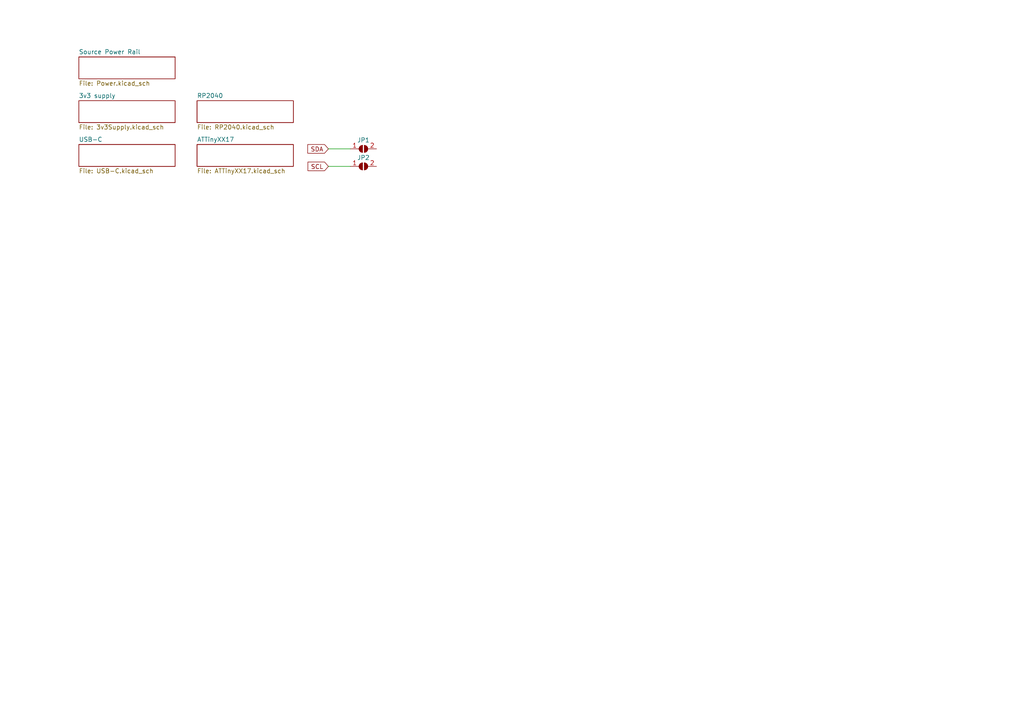
<source format=kicad_sch>
(kicad_sch (version 20211123) (generator eeschema)
  (paper "A4")
  (title_block (title "Prototyping Module") (date "2024-03-19") (rev "0.0.0") (company "S. A. Miller"))
  (lib_symbols
    (symbol "Jumper:SolderJumper_2_Open" (pin_names (offset 0) hide)
      (property "Reference" "JP" (at 0 2.032 0))
      (property "Value" "SolderJumper_2_Open" (at 0 -2.54 0))
      (symbol "SolderJumper_2_Open_0_1"
        (arc (start -0.254 1.016) (mid -1.27 0) (end -0.254 -1.016))
        (arc (start -0.254 1.016) (mid -1.27 0) (end -0.254 -1.016) (fill (type outline)))
        (polyline (pts (xy -0.254 1.016) (xy -0.254 -1.016)))
        (polyline (pts (xy 0.254 1.016) (xy 0.254 -1.016)))
        (arc (start 0.254 -1.016) (mid 1.27 0) (end 0.254 1.016))
        (arc (start 0.254 -1.016) (mid 1.27 0) (end 0.254 1.016) (fill (type outline)))
      )
      (symbol "SolderJumper_2_Open_1_1"
        (pin passive line (at -3.81 0 0) (length 2.54) (name "A") (number "1"))
        (pin passive line (at 3.81 0 180) (length 2.54) (name "B") (number "2"))
      )
    )
  )
  (wire (pts (xy 95.25 43.18) (xy 101.6 43.18)))
  (wire (pts (xy 95.25 48.26) (xy 101.6 48.26)))
  (global_label "SCL" (shape input) (at 95.25 48.26 180) (property "Intersheet References" "${INTERSHEET_REFS}" (effects hide)))
  (global_label "SDA" (shape input) (at 95.25 43.18 180) (property "Intersheet References" "${INTERSHEET_REFS}" (effects hide)))
  (symbol (lib_id "Jumper:SolderJumper_2_Open") (at 105.41 48.26 0) (unit 1) (in_bom no)
    (property "Reference" "JP2" (at 105.41 45.72 0))
    (property "Value" "SolderJumper_2_Open" (effects hide))
    (property "Footprint" "Jumper:SolderJumper-2_P1.3mm_Open_RoundedPad1.0x1.5mm" (effects hide))
  )
  (symbol (lib_id "Jumper:SolderJumper_2_Open") (at 105.41 43.18 0) (unit 1) (in_bom no)
    (property "Reference" "JP1" (at 105.41 40.64 0))
    (property "Value" "SolderJumper_2_Open" (effects hide))
    (property "Footprint" "Jumper:SolderJumper-2_P1.3mm_Open_RoundedPad1.0x1.5mm" (effects hide))
  )
  (sheet (at 22.86 29.21) (size 27.94 6.35) (stroke (width 0.1524))
    (property "Sheet name" "3v3 supply" (at 22.86 28.4984 0) (effects (justify left bottom)))
    (property "Sheet file" "3v3Supply.kicad_sch" (at 22.86 36.1446 0) (effects (justify left top)))
  )
  (sheet (at 57.15 41.91) (size 27.94 6.35) (stroke (width 0.1524))
    (property "Sheet name" "ATTinyXX17" (at 57.15 41.1984 0) (effects (justify left bottom)))
    (property "Sheet file" "ATTinyXX17.kicad_sch" (at 57.15 48.8446 0) (effects (justify left top)))
  )
  (sheet (at 22.86 41.91) (size 27.94 6.35) (stroke (width 0.1524))
    (property "Sheet name" "USB-C" (at 22.86 41.1984 0) (effects (justify left bottom)))
    (property "Sheet file" "USB-C.kicad_sch" (at 22.86 48.8446 0) (effects (justify left top)))
  )
  (sheet (at 57.15 29.21) (size 27.94 6.35) (stroke (width 0.1524))
    (property "Sheet name" "RP2040" (at 57.15 28.4984 0) (effects (justify left bottom)))
    (property "Sheet file" "RP2040.kicad_sch" (at 57.15 36.1446 0) (effects (justify left top)))
  )
  (sheet (at 22.86 16.51) (size 27.94 6.35) (stroke (width 0.1524))
    (property "Sheet name" "Source Power Rail" (at 22.86 15.7984 0) (effects (justify left bottom)))
    (property "Sheet file" "Power.kicad_sch" (at 22.86 23.4446 0) (effects (justify left top)))
  )
)
</source>
